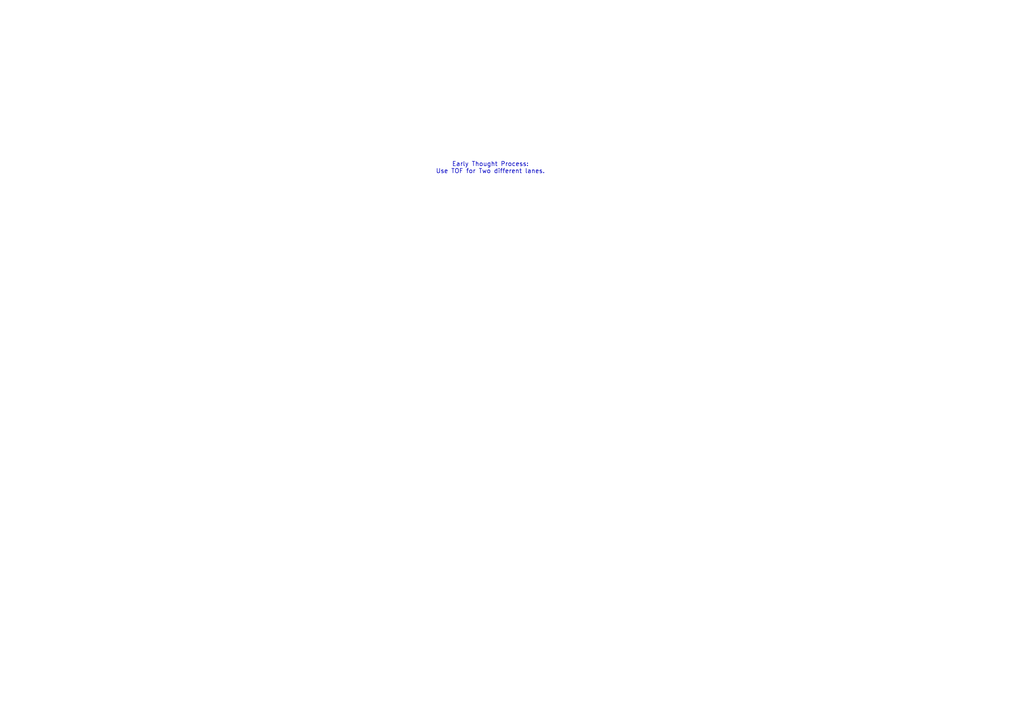
<source format=kicad_sch>
(kicad_sch
	(version 20250114)
	(generator "eeschema")
	(generator_version "9.0")
	(uuid "a897797a-55a1-4cee-9ff0-9cf8270d23c6")
	(paper "A4")
	(lib_symbols)
	(text "Early Thought Process:\nUse TOF for Two different lanes."
		(exclude_from_sim no)
		(at 142.24 48.768 0)
		(effects
			(font
				(size 1.27 1.27)
			)
		)
		(uuid "808d057a-67b6-428b-8a92-d5dffbb8f49e")
	)
)

</source>
